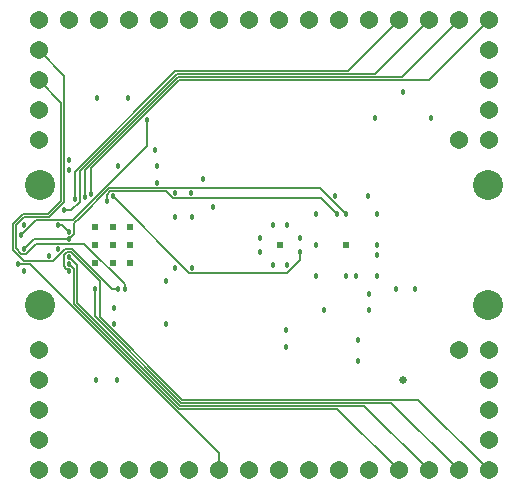
<source format=gbr>
%TF.GenerationSoftware,KiCad,Pcbnew,5.1.10-88a1d61d58~90~ubuntu20.04.1*%
%TF.CreationDate,2021-07-27T13:56:02-04:00*%
%TF.ProjectId,ta-comm-401,74612d63-6f6d-46d2-9d34-30312e6b6963,rev?*%
%TF.SameCoordinates,Original*%
%TF.FileFunction,Copper,L4,Bot*%
%TF.FilePolarity,Positive*%
%FSLAX46Y46*%
G04 Gerber Fmt 4.6, Leading zero omitted, Abs format (unit mm)*
G04 Created by KiCad (PCBNEW 5.1.10-88a1d61d58~90~ubuntu20.04.1) date 2021-07-27 13:56:02*
%MOMM*%
%LPD*%
G01*
G04 APERTURE LIST*
%TA.AperFunction,ComponentPad*%
%ADD10C,1.540000*%
%TD*%
%TA.AperFunction,ComponentPad*%
%ADD11C,2.540000*%
%TD*%
%TA.AperFunction,ComponentPad*%
%ADD12C,0.609600*%
%TD*%
%TA.AperFunction,ComponentPad*%
%ADD13C,0.675600*%
%TD*%
%TA.AperFunction,ViaPad*%
%ADD14C,0.457200*%
%TD*%
%TA.AperFunction,Conductor*%
%ADD15C,0.127000*%
%TD*%
G04 APERTURE END LIST*
D10*
%TO.P,J6,5*%
%TO.N,Net-(J6-Pad5)*%
X174050000Y-124510000D03*
%TO.P,J6,4*%
%TO.N,Net-(J6-Pad4)*%
X174050000Y-121970000D03*
%TO.P,J6,3*%
%TO.N,GND*%
X174050000Y-119430000D03*
%TO.P,J6,2*%
%TO.N,Net-(J6-Pad2)*%
X174050000Y-116890000D03*
%TO.P,J6,1*%
%TO.N,Net-(J6-Pad1)*%
X171510000Y-116890000D03*
%TD*%
D11*
%TO.P,J7,4*%
%TO.N,GND*%
X173960000Y-113080000D03*
%TO.P,J7,3*%
X136040000Y-113080000D03*
%TO.P,J7,2*%
X173960000Y-102920000D03*
%TO.P,J7,1*%
X136040000Y-102920000D03*
%TD*%
D10*
%TO.P,J5,5*%
%TO.N,Net-(J5-Pad5)*%
X174050000Y-91490000D03*
%TO.P,J5,4*%
%TO.N,Net-(J5-Pad4)*%
X174050000Y-94030000D03*
%TO.P,J5,3*%
%TO.N,Net-(J5-Pad3)*%
X174050000Y-96570000D03*
%TO.P,J5,2*%
%TO.N,Net-(J5-Pad2)*%
X174050000Y-99110000D03*
%TO.P,J5,1*%
%TO.N,Net-(J5-Pad1)*%
X171510000Y-99110000D03*
%TD*%
D12*
%TO.P,IC1,37*%
%TO.N,GND*%
X143700000Y-109500000D03*
X142200000Y-109500000D03*
X140700000Y-109500000D03*
X143700000Y-108000000D03*
X142200000Y-108000000D03*
X140700000Y-108000000D03*
X143700000Y-106500000D03*
X142200000Y-106500000D03*
X140700000Y-106500000D03*
%TD*%
%TO.P,IC2,13*%
%TO.N,GND*%
X156400000Y-108000000D03*
%TD*%
%TO.P,IC3,17*%
%TO.N,GND*%
X162000000Y-108000000D03*
%TD*%
D10*
%TO.P,J1,16*%
%TO.N,/TX0*%
X174050000Y-88950000D03*
%TO.P,J1,15*%
%TO.N,/RX0*%
X171510000Y-88950000D03*
%TO.P,J1,14*%
%TO.N,/CTS0*%
X168970000Y-88950000D03*
%TO.P,J1,13*%
%TO.N,/RTS0*%
X166430000Y-88950000D03*
%TO.P,J1,12*%
%TO.N,Net-(J1-Pad12)*%
X163890000Y-88950000D03*
%TO.P,J1,11*%
%TO.N,Net-(J1-Pad11)*%
X161350000Y-88950000D03*
%TO.P,J1,10*%
%TO.N,Net-(J1-Pad10)*%
X158810000Y-88950000D03*
%TO.P,J1,9*%
%TO.N,Net-(J1-Pad9)*%
X156270000Y-88950000D03*
%TO.P,J1,8*%
%TO.N,Net-(J1-Pad8)*%
X153730000Y-88950000D03*
%TO.P,J1,7*%
%TO.N,Net-(J1-Pad7)*%
X151190000Y-88950000D03*
%TO.P,J1,6*%
%TO.N,Net-(J1-Pad6)*%
X148650000Y-88950000D03*
%TO.P,J1,5*%
%TO.N,Net-(J1-Pad5)*%
X146110000Y-88950000D03*
%TO.P,J1,4*%
%TO.N,Net-(J1-Pad4)*%
X143570000Y-88950000D03*
%TO.P,J1,3*%
%TO.N,GND*%
X141030000Y-88950000D03*
%TO.P,J1,2*%
%TO.N,Net-(J1-Pad2)*%
X138490000Y-88950000D03*
%TO.P,J1,1*%
%TO.N,Net-(J1-Pad1)*%
X135950000Y-88950000D03*
%TD*%
%TO.P,J2,16*%
%TO.N,/TX1*%
X174050000Y-127050000D03*
%TO.P,J2,15*%
%TO.N,/RX1*%
X171510000Y-127050000D03*
%TO.P,J2,14*%
%TO.N,/CTS1*%
X168970000Y-127050000D03*
%TO.P,J2,13*%
%TO.N,/RTS1*%
X166430000Y-127050000D03*
%TO.P,J2,12*%
%TO.N,Net-(J2-Pad12)*%
X163890000Y-127050000D03*
%TO.P,J2,11*%
%TO.N,Net-(J2-Pad11)*%
X161350000Y-127050000D03*
%TO.P,J2,10*%
%TO.N,Net-(J2-Pad10)*%
X158810000Y-127050000D03*
%TO.P,J2,9*%
%TO.N,Net-(J2-Pad9)*%
X156270000Y-127050000D03*
%TO.P,J2,8*%
%TO.N,Net-(J2-Pad8)*%
X153730000Y-127050000D03*
%TO.P,J2,7*%
%TO.N,/NRST*%
X151190000Y-127050000D03*
%TO.P,J2,6*%
%TO.N,Net-(J2-Pad6)*%
X148650000Y-127050000D03*
%TO.P,J2,5*%
%TO.N,Net-(J2-Pad5)*%
X146110000Y-127050000D03*
%TO.P,J2,4*%
%TO.N,Net-(J2-Pad4)*%
X143570000Y-127050000D03*
%TO.P,J2,3*%
%TO.N,Net-(J2-Pad3)*%
X141030000Y-127050000D03*
%TO.P,J2,2*%
%TO.N,Net-(J2-Pad2)*%
X138490000Y-127050000D03*
%TO.P,J2,1*%
%TO.N,Net-(J2-Pad1)*%
X135950000Y-127050000D03*
%TD*%
%TO.P,J3,4*%
%TO.N,VDD*%
X135950000Y-99110000D03*
%TO.P,J3,3*%
%TO.N,GND*%
X135950000Y-96570000D03*
%TO.P,J3,2*%
%TO.N,/PDIO*%
X135950000Y-94030000D03*
%TO.P,J3,1*%
%TO.N,/PCLK*%
X135950000Y-91490000D03*
%TD*%
%TO.P,J4,4*%
%TO.N,Net-(J4-Pad4)*%
X135950000Y-116890000D03*
%TO.P,J4,3*%
%TO.N,GND*%
X135950000Y-119430000D03*
%TO.P,J4,2*%
%TO.N,Net-(J4-Pad2)*%
X135950000Y-121970000D03*
%TO.P,J4,1*%
%TO.N,Net-(J4-Pad1)*%
X135950000Y-124510000D03*
%TD*%
D13*
%TO.P,J9,1*%
%TO.N,Net-(C26-Pad1)*%
X166800000Y-119430000D03*
%TD*%
D14*
%TO.N,GND*%
X163000000Y-116000000D03*
X163000000Y-117780000D03*
X164400000Y-97200000D03*
X166800000Y-95000000D03*
X169200000Y-97200000D03*
X166200000Y-111700000D03*
X167800000Y-111700000D03*
X134680000Y-106300000D03*
X134680000Y-110200000D03*
X138550000Y-101650000D03*
X138550000Y-100800000D03*
X145800000Y-99900000D03*
X142650000Y-101300000D03*
X145950000Y-101300000D03*
X149900000Y-102400000D03*
X148870000Y-103600000D03*
X148900000Y-105600000D03*
X148900000Y-109900000D03*
X146700000Y-114650000D03*
X142320000Y-114670000D03*
X140800000Y-119450000D03*
X142600000Y-119450000D03*
X156900000Y-115200000D03*
X150700000Y-104800000D03*
X146700000Y-111000000D03*
X154700000Y-107400000D03*
X154700000Y-108600000D03*
X155800000Y-106300000D03*
X157000000Y-106300000D03*
X155800000Y-109700000D03*
X157000000Y-109700000D03*
X159400000Y-105400000D03*
X164600000Y-105400000D03*
X159400000Y-110600000D03*
X164600000Y-110600000D03*
X159400000Y-108000000D03*
X164600000Y-108000000D03*
X164600000Y-108800000D03*
X162000000Y-110600000D03*
X162800000Y-110600000D03*
X160100000Y-113500000D03*
X163900000Y-113500000D03*
X161000000Y-103800000D03*
%TO.N,/VDD_FILT*%
X137600000Y-108300000D03*
X136840000Y-108900000D03*
X140900000Y-95500000D03*
X143500000Y-95500000D03*
X145950000Y-102700000D03*
X147530000Y-103600000D03*
X147500000Y-105600000D03*
X147500000Y-109900000D03*
X142320000Y-113330000D03*
X156900000Y-116600000D03*
X158100000Y-107400000D03*
X163900000Y-112100000D03*
X163800000Y-103800000D03*
%TO.N,/RTS0*%
X139000000Y-104100000D03*
%TO.N,/RX0*%
X139850000Y-103950000D03*
%TO.N,/TX0*%
X140400000Y-103700000D03*
%TO.N,/TX_MODE*%
X161200000Y-105400000D03*
X141700000Y-104250000D03*
%TO.N,/RX_MODE*%
X142200000Y-103850000D03*
X158100000Y-108600000D03*
%TO.N,/PCLK*%
X143250000Y-111700000D03*
%TO.N,/PDIO*%
X142650000Y-111700000D03*
%TO.N,/RX1*%
X140700000Y-111700000D03*
%TO.N,/TX1*%
X138500000Y-110200000D03*
%TO.N,/RTS1*%
X138500000Y-109600000D03*
%TO.N,/CTS1*%
X138500000Y-109000000D03*
%TO.N,/RF_EN*%
X162000000Y-105400000D03*
X134680000Y-108300000D03*
X138500000Y-107450000D03*
%TO.N,/RF_BYP*%
X137600000Y-106300000D03*
X138500000Y-106850000D03*
%TO.N,/CTS0*%
X138100000Y-105000000D03*
%TO.N,/NRST*%
X134450000Y-107150000D03*
X134200000Y-109600000D03*
X145100000Y-97400000D03*
%TD*%
D15*
%TO.N,/RTS0*%
X162111230Y-93268770D02*
X166430000Y-88950000D01*
X147533288Y-93268770D02*
X162111230Y-93268770D01*
X139000000Y-101802058D02*
X147533288Y-93268770D01*
X139000000Y-104100000D02*
X139000000Y-101802058D01*
%TO.N,/RX0*%
X166683210Y-93776790D02*
X171510000Y-88950000D01*
X147743716Y-93776790D02*
X166683210Y-93776790D01*
X139850000Y-101670506D02*
X147743716Y-93776790D01*
X139850000Y-103950000D02*
X139850000Y-101670506D01*
%TO.N,/TX0*%
X147848930Y-94030800D02*
X168969200Y-94030800D01*
X140400000Y-101479730D02*
X147848930Y-94030800D01*
X168969200Y-94030800D02*
X174050000Y-88950000D01*
X140400000Y-103700000D02*
X140400000Y-101479730D01*
%TO.N,/TX_MODE*%
X147328831Y-104019101D02*
X159819101Y-104019101D01*
X146740629Y-103430899D02*
X147328831Y-104019101D01*
X159819101Y-104019101D02*
X161200000Y-105400000D01*
X142007819Y-103430899D02*
X146740629Y-103430899D01*
X141700000Y-103738718D02*
X142007819Y-103430899D01*
X141700000Y-104250000D02*
X141700000Y-103738718D01*
%TO.N,/RX_MODE*%
X158100000Y-109220270D02*
X158100000Y-108600000D01*
X157001169Y-110319101D02*
X158100000Y-109220270D01*
X148669101Y-110319101D02*
X157001169Y-110319101D01*
X142200000Y-103850000D02*
X148669101Y-110319101D01*
%TO.N,/PCLK*%
X143250000Y-111316954D02*
X143250000Y-111700000D01*
X139802147Y-107869101D02*
X143250000Y-111316954D01*
X135731169Y-107869101D02*
X139802147Y-107869101D01*
X134478831Y-108719101D02*
X134881169Y-108719101D01*
X134030899Y-106328831D02*
X134030899Y-108271169D01*
X134732841Y-105626889D02*
X134030899Y-106328831D01*
X136852841Y-105626889D02*
X134732841Y-105626889D01*
X134881169Y-108719101D02*
X135731169Y-107869101D01*
X134030899Y-108271169D02*
X134478831Y-108719101D01*
X138130899Y-93670899D02*
X138130899Y-104348831D01*
X138130899Y-104348831D02*
X136852841Y-105626889D01*
X135950000Y-91490000D02*
X138130899Y-93670899D01*
%TO.N,/PDIO*%
X138772544Y-108305590D02*
X142166954Y-111700000D01*
X134719607Y-109319101D02*
X137201169Y-109319101D01*
X138214680Y-108305590D02*
X138772544Y-108305590D01*
X133776889Y-108376383D02*
X134719607Y-109319101D01*
X142166954Y-111700000D02*
X142650000Y-111700000D01*
X137201169Y-109319101D02*
X138214680Y-108305590D01*
X133776890Y-106223616D02*
X133776889Y-108376383D01*
X136739921Y-105372879D02*
X134627627Y-105372879D01*
X134627627Y-105372879D02*
X133776890Y-106223616D01*
X137876889Y-104235911D02*
X136739921Y-105372879D01*
X137876889Y-95956889D02*
X137876889Y-104235911D01*
X135950000Y-94030000D02*
X137876889Y-95956889D01*
%TO.N,/RX1*%
X171510000Y-127050000D02*
X165795780Y-121335780D01*
X140700000Y-114029494D02*
X148006286Y-121335780D01*
X140700000Y-111700000D02*
X140700000Y-114029494D01*
X148006286Y-121335780D02*
X148056580Y-121335780D01*
X165795780Y-121335780D02*
X148056580Y-121335780D01*
%TO.N,/TX1*%
X168081800Y-121081800D02*
X174050000Y-127050000D01*
X138500000Y-110200000D02*
X138500000Y-110102800D01*
X138416301Y-110019101D02*
X138298831Y-110019101D01*
X138298831Y-110019101D02*
X138080899Y-109801169D01*
X138080899Y-108798831D02*
X138320130Y-108559600D01*
X138500000Y-110102800D02*
X138416301Y-110019101D01*
X138080899Y-109801169D02*
X138080899Y-108798831D01*
X138320130Y-108559600D02*
X138667330Y-108559600D01*
X141119101Y-111011371D02*
X141119101Y-114089371D01*
X138667330Y-108559600D02*
X141119101Y-111011371D01*
X148111500Y-121081770D02*
X166992826Y-121081770D01*
X166992826Y-121081770D02*
X166992856Y-121081800D01*
X141119101Y-114089371D02*
X148111500Y-121081770D01*
X166992856Y-121081800D02*
X168081800Y-121081800D01*
%TO.N,/RTS1*%
X161223800Y-121843800D02*
X166430000Y-127050000D01*
X147795856Y-121843798D02*
X161223800Y-121843800D01*
X138919101Y-110019101D02*
X138919102Y-112967044D01*
X138919102Y-112967044D02*
X147795856Y-121843798D01*
X138500000Y-109600000D02*
X138919101Y-110019101D01*
%TO.N,/CTS1*%
X168970000Y-127050000D02*
X163509790Y-121589790D01*
X163509790Y-121589790D02*
X147901071Y-121589789D01*
X139173111Y-109673111D02*
X139173111Y-112861829D01*
X139173111Y-112861829D02*
X147901071Y-121589789D01*
X138500000Y-109000000D02*
X139173111Y-109673111D01*
%TO.N,/RF_EN*%
X135530000Y-107450000D02*
X134680000Y-108300000D01*
X138500000Y-107450000D02*
X135530000Y-107450000D01*
X138919101Y-107030899D02*
X138919101Y-106160393D01*
X138500000Y-107450000D02*
X138919101Y-107030899D01*
X138919101Y-106160393D02*
X139406384Y-105673110D01*
X141898595Y-103180899D02*
X141894547Y-103184947D01*
X162000000Y-105400000D02*
X159780899Y-103180899D01*
X139406384Y-105673110D02*
X141894547Y-103184947D01*
X159776889Y-103176889D02*
X159780899Y-103180899D01*
X141902605Y-103176889D02*
X159776889Y-103176889D01*
X141894547Y-103184947D02*
X141902605Y-103176889D01*
%TO.N,/RF_BYP*%
X137950000Y-106300000D02*
X138500000Y-106850000D01*
X137600000Y-106300000D02*
X137950000Y-106300000D01*
%TO.N,/CTS0*%
X138720270Y-105000000D02*
X138100000Y-105000000D01*
X139419101Y-104301169D02*
X138720270Y-105000000D01*
X139419101Y-101742181D02*
X139419101Y-104301169D01*
X147638502Y-93522780D02*
X139419101Y-101742181D01*
X164397220Y-93522780D02*
X147638502Y-93522780D01*
X168970000Y-88950000D02*
X164397220Y-93522780D01*
%TO.N,/NRST*%
X134450270Y-107150000D02*
X134450000Y-107150000D01*
X151190000Y-125597166D02*
X151190000Y-127050000D01*
X135192834Y-109600000D02*
X151190000Y-125597166D01*
X134200000Y-109600000D02*
X135192834Y-109600000D01*
X145100000Y-99620270D02*
X145100000Y-97400000D01*
X135719101Y-105880899D02*
X138839371Y-105880899D01*
X138839371Y-105880899D02*
X145100000Y-99620270D01*
X134450000Y-107150000D02*
X135719101Y-105880899D01*
%TD*%
M02*

</source>
